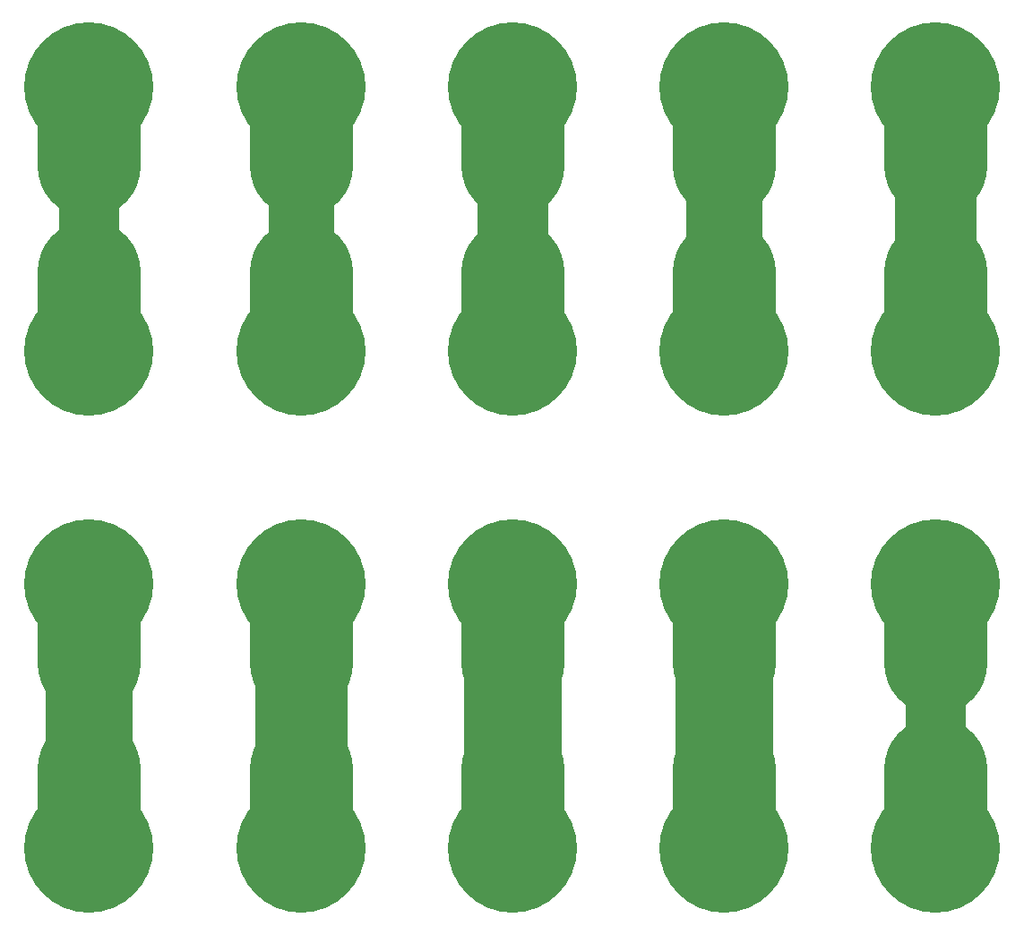
<source format=gts>
G04*
G04 #@! TF.GenerationSoftware,Altium Limited,Altium Designer,23.9.2 (47)*
G04*
G04 Layer_Color=8388736*
%FSLAX25Y25*%
%MOIN*%
G70*
G04*
G04 #@! TF.SameCoordinates,F867936C-D2EA-4238-9ECD-A963B99A8E52*
G04*
G04*
G04 #@! TF.FilePolarity,Negative*
G04*
G01*
G75*
%ADD14C,0.48044*%
%ADD15C,0.38202*%
%ADD16C,0.22453*%
%ADD17C,0.36233*%
%ADD18C,0.26391*%
%ADD19C,0.34265*%
%ADD20C,0.32296*%
%ADD21C,0.30328*%
%ADD22C,0.28359*%
%ADD23C,0.24422*%
D14*
X354331Y153543D02*
D03*
Y55118D02*
D03*
X275590Y153543D02*
D03*
Y55118D02*
D03*
X196850Y240158D02*
D03*
Y153543D02*
D03*
Y55118D02*
D03*
X118110Y153543D02*
D03*
Y55118D02*
D03*
X354331Y240158D02*
D03*
Y338583D02*
D03*
X39370D02*
D03*
X196850D02*
D03*
X275590D02*
D03*
Y240158D02*
D03*
X39370Y55118D02*
D03*
Y153543D02*
D03*
X118110Y240158D02*
D03*
Y338583D02*
D03*
X39370Y240158D02*
D03*
D15*
X354331Y55118D02*
Y84646D01*
Y124016D02*
Y153543D01*
X275590Y55118D02*
Y84646D01*
Y124016D02*
Y153543D01*
X39370Y309055D02*
Y338583D01*
Y240158D02*
Y269685D01*
X196850Y124016D02*
Y153543D01*
Y55118D02*
Y84646D01*
X118110Y124016D02*
Y153543D01*
Y55118D02*
Y84646D01*
X39370Y124016D02*
Y153543D01*
Y55118D02*
Y84646D01*
X354331Y309055D02*
Y338583D01*
Y240158D02*
Y269685D01*
X275590Y309055D02*
Y338583D01*
Y240158D02*
Y269685D01*
X196850Y309055D02*
Y338583D01*
Y240158D02*
Y269685D01*
X118110Y240158D02*
Y269685D01*
Y309055D02*
Y338583D01*
D16*
X354331Y84646D02*
Y124016D01*
X39370Y269685D02*
Y309055D01*
D17*
X275590Y84646D02*
Y124016D01*
X196850Y84646D02*
Y124016D01*
D18*
Y269685D02*
Y309055D01*
D19*
X118110Y84646D02*
Y124016D01*
D20*
X39370Y84646D02*
Y124016D01*
D21*
X354331Y269685D02*
Y309055D01*
D22*
X275590Y269685D02*
Y309055D01*
D23*
X118110Y269685D02*
Y309055D01*
M02*

</source>
